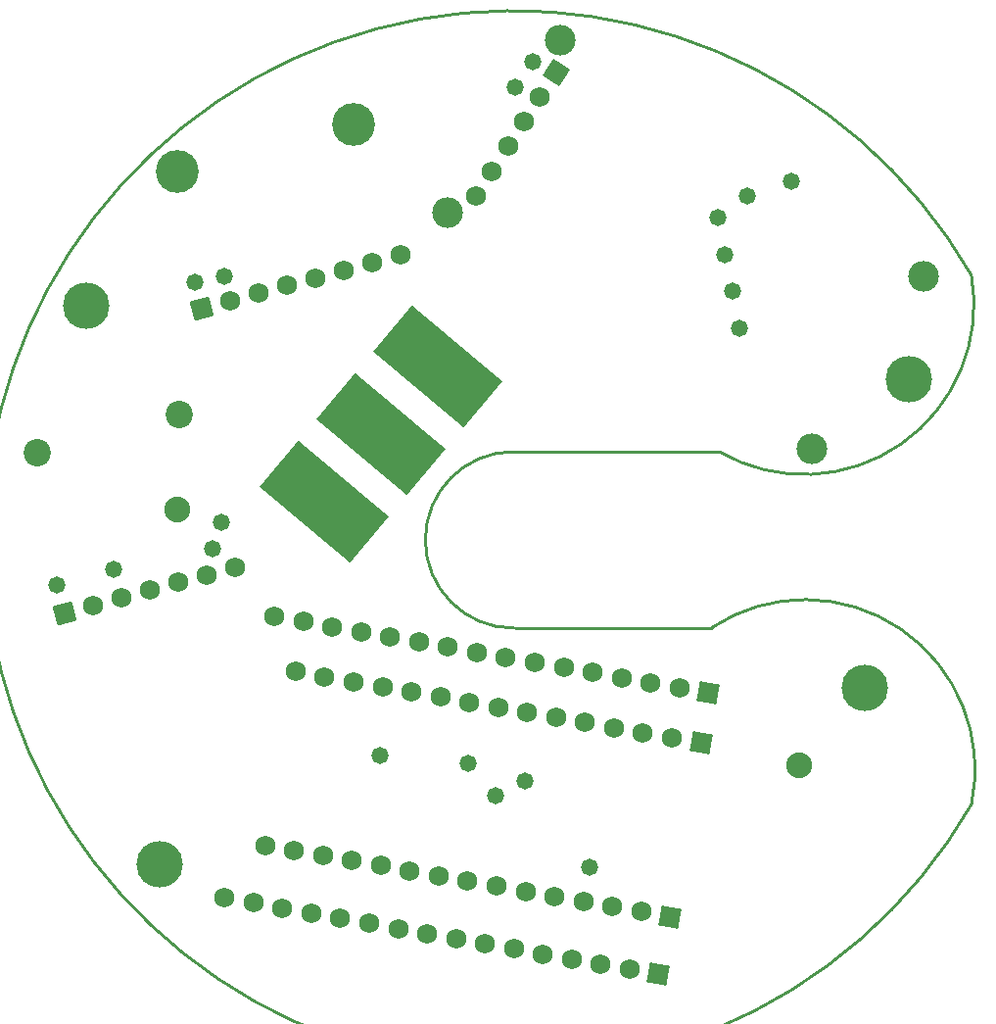
<source format=gts>
G04*
G04 #@! TF.GenerationSoftware,Altium Limited,Altium Designer,20.2.8 (258)*
G04*
G04 Layer_Color=8388736*
%FSLAX24Y24*%
%MOIN*%
G70*
G04*
G04 #@! TF.SameCoordinates,457248F5-DA73-466C-AE77-A18651DC037B*
G04*
G04*
G04 #@! TF.FilePolarity,Negative*
G04*
G01*
G75*
%ADD10C,0.0100*%
G04:AMPARAMS|DCode=14|XSize=204.9mil|YSize=401.7mil|CornerRadius=0mil|HoleSize=0mil|Usage=FLASHONLY|Rotation=230.000|XOffset=0mil|YOffset=0mil|HoleType=Round|Shape=Rectangle|*
%AMROTATEDRECTD14*
4,1,4,-0.0880,0.2076,0.2197,-0.0506,0.0880,-0.2076,-0.2197,0.0506,-0.0880,0.2076,0.0*
%
%ADD14ROTATEDRECTD14*%

%ADD15P,0.0965X4X305.0*%
%ADD16P,0.0962X4X305.0*%
%ADD17C,0.0680*%
%ADD18C,0.0682*%
%ADD19P,0.0962X4X150.0*%
%ADD20P,0.0962X4X60.0*%
%ADD21P,0.0962X4X372.0*%
%ADD22C,0.0880*%
%ADD23C,0.1580*%
%ADD24C,0.0580*%
%ADD25C,0.1458*%
%ADD26C,0.0930*%
%ADD27C,0.1045*%
D10*
X33638Y9050D02*
G03*
X24795Y15065I-5660J1187D01*
G01*
X25050Y21050D02*
G03*
X33638Y27050I2891J5008D01*
G01*
X18050Y21050D02*
G03*
X18050Y15050I0J-3000D01*
G01*
X33638Y27050D02*
G03*
X33638Y9050I-15588J-9000D01*
G01*
X18100Y15050D02*
X24805D01*
X18050Y21050D02*
X25050D01*
D14*
X11600Y19350D02*
D03*
X13528Y21648D02*
D03*
X15457Y23946D02*
D03*
D15*
X23383Y5230D02*
D03*
X24425Y11139D02*
D03*
D16*
X24683Y12840D02*
D03*
X22987Y3269D02*
D03*
D17*
X23698Y13014D02*
D03*
X22713Y13187D02*
D03*
X21728Y13361D02*
D03*
X20744Y13534D02*
D03*
X19759Y13708D02*
D03*
X18774Y13882D02*
D03*
X17789Y14055D02*
D03*
X16804Y14229D02*
D03*
X15820Y14403D02*
D03*
X14835Y14576D02*
D03*
X13850Y14750D02*
D03*
X12865Y14924D02*
D03*
X11880Y15097D02*
D03*
X10896Y15271D02*
D03*
X9911Y15445D02*
D03*
X22002Y3443D02*
D03*
X21018Y3616D02*
D03*
X20033Y3790D02*
D03*
X19048Y3964D02*
D03*
X18063Y4137D02*
D03*
X17078Y4311D02*
D03*
X16094Y4484D02*
D03*
X15109Y4658D02*
D03*
X14124Y4832D02*
D03*
X13139Y5005D02*
D03*
X12154Y5179D02*
D03*
X11170Y5353D02*
D03*
X10185Y5526D02*
D03*
X9200Y5700D02*
D03*
X8215Y5874D02*
D03*
X8418Y26182D02*
D03*
X9384Y26441D02*
D03*
X10350Y26700D02*
D03*
X11316Y26959D02*
D03*
X12282Y27218D02*
D03*
X13248Y27476D02*
D03*
X14214Y27735D02*
D03*
X8582Y17118D02*
D03*
X7616Y16859D02*
D03*
X6650Y16600D02*
D03*
X5684Y16341D02*
D03*
X4718Y16082D02*
D03*
X3752Y15824D02*
D03*
X16777Y29757D02*
D03*
X17321Y30595D02*
D03*
X17866Y31434D02*
D03*
X18411Y32273D02*
D03*
X18955Y33111D02*
D03*
D18*
X22398Y5404D02*
D03*
X21413Y5578D02*
D03*
X20428Y5751D02*
D03*
X19444Y5925D02*
D03*
X18459Y6099D02*
D03*
X17474Y6272D02*
D03*
X16489Y6446D02*
D03*
X15504Y6620D02*
D03*
X14520Y6793D02*
D03*
X13535Y6967D02*
D03*
X12550Y7141D02*
D03*
X11565Y7314D02*
D03*
X10580Y7488D02*
D03*
X9596Y7662D02*
D03*
X23440Y11313D02*
D03*
X22455Y11487D02*
D03*
X21470Y11660D02*
D03*
X20485Y11834D02*
D03*
X19501Y12008D02*
D03*
X18516Y12181D02*
D03*
X17531Y12355D02*
D03*
X16546Y12529D02*
D03*
X15561Y12702D02*
D03*
X14577Y12876D02*
D03*
X13592Y13049D02*
D03*
X12607Y13223D02*
D03*
X11622Y13397D02*
D03*
X10637Y13570D02*
D03*
D19*
X7452Y25924D02*
D03*
D20*
X2786Y15565D02*
D03*
D21*
X19500Y33950D02*
D03*
D22*
X6596Y19088D02*
D03*
X27771Y10380D02*
D03*
D23*
X31500Y23500D02*
D03*
X3500Y26000D02*
D03*
X6000Y7000D02*
D03*
X30000Y13000D02*
D03*
D24*
X27500Y30250D02*
D03*
X26000Y29750D02*
D03*
X25000Y29000D02*
D03*
X25250Y27750D02*
D03*
X25500Y26500D02*
D03*
X25750Y25250D02*
D03*
X20650Y6900D02*
D03*
X8100Y18650D02*
D03*
X7800Y17750D02*
D03*
X17450Y9350D02*
D03*
X18450Y9850D02*
D03*
X13500Y10700D02*
D03*
X16500Y10450D02*
D03*
X18700Y34300D02*
D03*
X18100Y33450D02*
D03*
X7200Y26800D02*
D03*
X8200Y27000D02*
D03*
X4450Y17050D02*
D03*
X2500Y16500D02*
D03*
D25*
X6622Y30567D02*
D03*
X12611Y32172D02*
D03*
D26*
X1846Y21007D02*
D03*
X6675Y22301D02*
D03*
D27*
X28195Y21149D02*
D03*
X32007Y27020D02*
D03*
X19625Y35061D02*
D03*
X15813Y29190D02*
D03*
M02*

</source>
